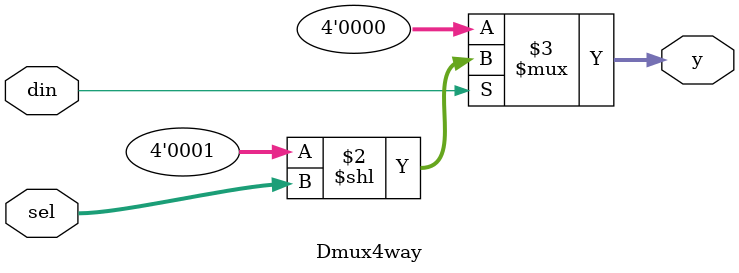
<source format=v>
`timescale 1ns / 1ps


module Dmux4way(
 input din,
 input [1:0] sel,
 output [3:0] y

    );
    
  assign y = (din == 1'b1) ? (4'b0001 << sel) : 4'b0000;
  
endmodule

</source>
